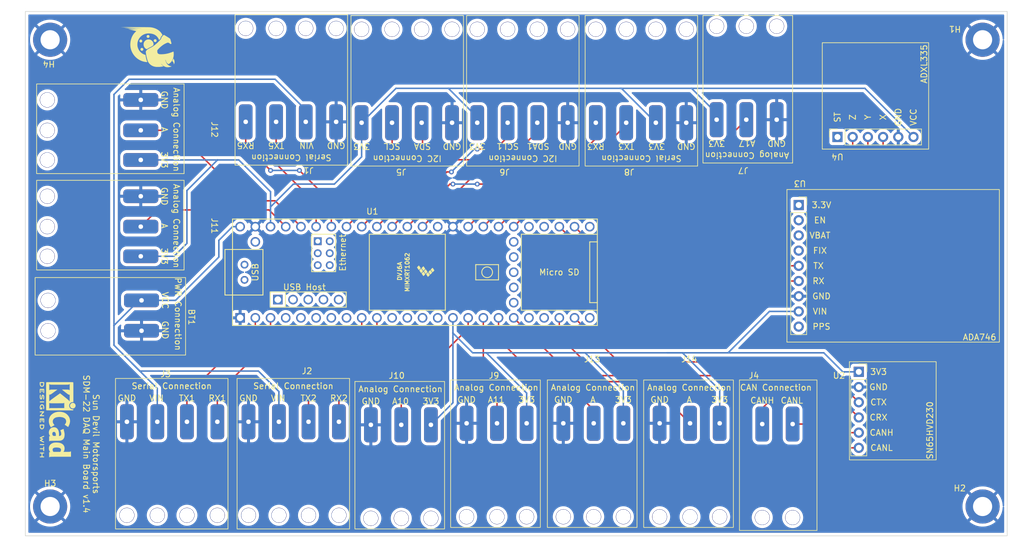
<source format=kicad_pcb>
(kicad_pcb (version 20211014) (generator pcbnew)
  (title_block (title "SDM-22 DAQ Main Board") (date "2022-04-23") (rev "v1.4") (company "Sun Devil Motorsports - Data Acquisition"))
  (layers (0 "F.Cu" signal) (31 "B.Cu" signal) (34 "B.Paste" user) (35 "F.Paste" user) (36 "B.SilkS" user "B.Silkscreen") (37 "F.SilkS" user "F.Silkscreen") (38 "B.Mask" user) (39 "F.Mask" user) (44 "Edge.Cuts" user))
  (net 0 "")
  (net 1 "VCC")
  (net 2 "GND")
  (net 3 "/A10")
  (net 4 "+3V3")
  (net 5 "/A11")
  (net 12 "/A9")
  (net 13 "/A8")
  (net 14 "Net-(J4-Pad1)")
  (net 15 "Net-(J4-Pad2)")
  (net 16 "/SDA")
  (net 17 "/SCL")
  (net 24 "/RX2")
  (net 25 "/TX2")
  (net 29 "/A14")
  (net 30 "/RX3")
  (net 33 "/TX3")
  (net 34 "/CTX3")
  (net 37 "/CRX3")
  (net 38 "/TX8")
  (net 39 "/RX8")
  (net 41 "/RX1")
  (net 42 "/A12")
  (net 43 "/A13")
  (net 57 "/TX1")
  (net 58 "/A17")
  (net 59 "/A16")
  (net 60 "/A15")
  (net 61 "+3.3VP")
  (net 63 "/RX5")
  (net 64 "/TX5")
  (net 67 "/SDA1")
  (net 68 "/SCL1")
  (footprint "SDM:2Wire_CANConnector" (layer "F.Cu") (at 160.909 119.856)
    (fp_text reference "J4" (at -0.127 -0.73 unlocked) (layer "F.SilkS"))
    (fp_text value "CANConnection")
    (fp_text user "CAN Connection" (at 3.556 1.27 unlocked) (layer "F.SilkS"))
    (fp_text user "CANH" (at 1.27 3.429 unlocked) (layer "F.SilkS"))
    (fp_text user "CANL" (at 6.223 3.429 unlocked) (layer "F.SilkS"))
    (pad "" np_thru_hole circle (at 1.27 22.987) (size 2.5 2.5) (drill 2.4) (layers F&B.Cu *.Mask))
    (pad "" np_thru_hole circle (at 6.35 22.987) (size 2.5 2.5) (drill 2.4) (layers F&B.Cu *.Mask))
    (pad "1" thru_hole roundrect (at 1.27 7.366) (size 2.286 5.842) (drill 0.762) (layers *.Cu *.Mask) (net 14 "Net-(J4-Pad1)"))
    (pad "2" thru_hole roundrect (at 6.35 7.366) (size 2.286 5.842) (drill 0.762) (layers *.Cu *.Mask) (net 15 "Net-(J4-Pad2)"))
  )
  (footprint "SDM:4Wire_SerialConnector" (layer "F.Cu") (at 80.264 119.602)
    (fp_text reference "J2" (at 5.842 -1.238 unlocked) (layer "F.SilkS"))
    (fp_text value "SerialConnection")
    (fp_text user "GND" (at -3.937 3.302 unlocked) (layer "F.SilkS"))
    (fp_text user "TX2" (at 6.096 3.302 unlocked) (layer "F.SilkS"))
    (fp_text user "VIN" (at 1.016 3.302 unlocked) (layer "F.SilkS"))
    (fp_text user "RX2" (at 11.176 3.302 unlocked) (layer "F.SilkS"))
    (fp_text user "Serial Connection" (at 3.556 1.27 unlocked) (layer "F.SilkS"))
    (pad "" np_thru_hole circle (at 1.143 22.86) (size 2.5 2.5) (drill 2.4) (layers F&B.Cu *.Mask))
    (pad "" np_thru_hole circle (at 11.176 22.86) (size 2.5 2.5) (drill 2.4) (layers F&B.Cu *.Mask))
    (pad "" np_thru_hole circle (at 6.096 22.86) (size 2.5 2.5) (drill 2.4) (layers F&B.Cu *.Mask))
    (pad "" np_thru_hole circle (at -3.937 22.86) (size 2.5 2.5) (drill 2.4) (layers F&B.Cu *.Mask))
    (pad "1" thru_hole roundrect (at -3.937 7.239) (size 2.286 5.842) (drill 0.762) (layers *.Cu *.Mask) (net 2 "GND"))
    (pad "2" thru_hole roundrect (at 1.143 7.239) (size 2.286 5.842) (drill 0.762) (layers *.Cu *.Mask) (net 1 "VCC"))
    (pad "3" thru_hole roundrect (at 6.096 7.239) (size 2.286 5.842) (drill 0.762) (layers *.Cu *.Mask) (net 24 "/RX2"))
    (pad "4" thru_hole roundrect (at 11.176 7.239) (size 2.286 5.842) (drill 0.762) (layers *.Cu *.Mask) (net 25 "/TX2"))
  )
  (footprint "SDM:ADXL335_Socket_P2.54mm_Vertical" (layer "F.Cu") (at 174.752 79.248 90)
    (fp_text reference "U4" (at -3.302 0 180 unlocked) (layer "F.SilkS"))
    (fp_text value "Accelerometer_ADXL335")
    (fp_text user "VCC" (at 3.302 12.7 90 unlocked) (layer "F.SilkS"))
    (fp_text user "X" (at 3.302 7.62 90 unlocked) (layer "F.SilkS"))
    (fp_text user "GND" (at 3.302 10.16 90 unlocked) (layer "F.SilkS"))
    (fp_text user "Z" (at 3.302 2.54 90 unlocked) (layer "F.SilkS"))
    (fp_text user "ST" (at 3.302 0 90 unlocked) (layer "F.SilkS"))
    (fp_text user "ADXL335" (at 12.192 14.478 90 unlocked) (layer "F.SilkS"))
    (fp_text user "Y" (at 3.302 5.08 90 unlocked) (layer "F.SilkS"))
    (pad "1" thru_hole rect (at 0 0 90) (size 1.7 1.7) (drill 1) (layers *.Cu *.Mask))
    (pad "2" thru_hole oval (at 0 2.54 90) (size 1.7 1.7) (drill 1) (layers *.Cu *.Mask) (net 59 "/A16"))
    (pad "3" thru_hole oval (at 0 5.08 90) (size 1.7 1.7) (drill 1) (layers *.Cu *.Mask) (net 60 "/A15"))
    (pad "4" thru_hole oval (at 0 7.62 90) (size 1.7 1.7) (drill 1) (layers *.Cu *.Mask) (net 29 "/A14"))
    (pad "5" thru_hole oval (at 0 10.16 90) (size 1.7 1.7) (drill 1) (layers *.Cu *.Mask) (net 2 "GND"))
    (pad "6" thru_hole oval (at 0 12.7 90) (size 1.7 1.7) (drill 1) (layers *.Cu *.Mask) (net 4 "+3V3"))
  )
  (footprint "SDM:ADA746_Socket_P2.54mm_Vertical" (layer "F.Cu") (at 166.181 80.207)
    (fp_text reference "U3" (at 2.305 6.809 180 unlocked) (layer "F.SilkS"))
    (fp_text value "GPS_ADA746")
    (fp_text user "FIX" (at 5.648 18.034 unlocked) (layer "F.SilkS"))
    (fp_text user "VIN" (at 5.648 28.194 unlocked) (layer "F.SilkS"))
    (fp_text user "TX" (at 5.394 20.574 unlocked) (layer "F.SilkS"))
    (fp_text user "PPS" (at 5.902 30.734 unlocked) (layer "F.SilkS"))
    (fp_text user "VBAT" (at 5.648 15.494 unlocked) (layer "F.SilkS"))
    (fp_text user "EN" (at 5.648 12.954 unlocked) (layer "F.SilkS"))
    (fp_text user "3.3V" (at 5.902 10.414 unlocked) (layer "F.SilkS"))
    (fp_text user "GND" (at 5.902 25.654 unlocked) (layer "F.SilkS"))
    (fp_text user "ADA746" (at 32.318 32.512 unlocked) (layer "F.SilkS"))
    (fp_text user "RX" (at 5.394 23.114 unlocked) (layer "F.SilkS"))
    (pad "1" thru_hole rect (at 2.092 10.414) (size 1.7 1.7) (drill 1) (layers *.Cu *.Mask))
    (pad "2" thru_hole oval (at 2.092 12.954) (size 1.7 1.7) (drill 1) (layers *.Cu *.Mask))
    (pad "3" thru_hole oval (at 2.092 15.494) (size 1.7 1.7) (drill 1) (layers *.Cu *.Mask))
    (pad "4" thru_hole oval (at 2.092 18.034) (size 1.7 1.7) (drill 1) (layers *.Cu *.Mask))
    (pad "5" thru_hole oval (at 2.092 20.574) (size 1.7 1.7) (drill 1) (layers *.Cu *.Mask) (net 39 "/RX8"))
    (pad "6" thru_hole oval (at 2.092 23.114) (size 1.7 1.7) (drill 1) (layers *.Cu *.Mask) (net 38 "/TX8"))
    (pad "7" thru_hole oval (at 2.092 25.654) (size 1.7 1.7) (drill 1) (layers *.Cu *.Mask) (net 2 "GND"))
    (pad "8" thru_hole oval (at 2.092 28.194) (size 1.7 1.7) (drill 1) (layers *.Cu *.Mask) (net 61 "+3.3VP"))
    (pad "9" thru_hole oval (at 2.092 30.734) (size 1.7 1.7) (drill 1) (layers *.Cu *.Mask))
  )
  (footprint "SDM:3Wire_AnalogConnector" (layer "F.Cu") (at 116.713 119.856)
    (fp_text reference "J9" (at 0.635 -0.73 unlocked) (layer "F.SilkS"))
    (fp_text value "AnalogConnection")
    (fp_text user "GND" (at -3.937 3.302 unlocked) (layer "F.SilkS"))
    (fp_text user "3V3" (at 6.096 3.302 unlocked) (layer "F.SilkS"))
    (fp_text user "Analog Connection" (at 1.016 1.27 unlocked) (layer "F.SilkS"))
    (fp_text user "A11" (at 1.016 3.302 unlocked) (layer "F.SilkS"))
    (pad "" np_thru_hole circle (at 6.096 22.86) (size 2.5 2.5) (drill 2.4) (layers F&B.Cu *.Mask))
    (pad "" np_thru_hole circle (at -3.937 22.86) (size 2.5 2.5) (drill 2.4) (layers F&B.Cu *.Mask))
    (pad "" np_thru_hole circle (at 1.143 22.86) (size 2.5 2.5) (drill 2.4) (layers F&B.Cu *.Mask))
    (pad "1" thru_hole roundrect (at -3.937 7.239) (size 2.286 5.842) (drill 0.762) (layers *.Cu *.Mask) (net 2 "GND"))
    (pad "2" thru_hole roundrect (at 1.143 7.239) (size 2.286 5.842) (drill 0.762) (layers *.Cu *.Mask) (net 5 "/A11"))
    (pad "3" thru_hole roundrect (at 6.096 7.239) (size 2.286 5.842) (drill 0.762) (layers *.Cu *.Mask) (net 61 "+3.3VP"))
  )
  (footprint "SDM:4Wire_SerialConnector" (layer "F.Cu") (at 87.038 83.958 180)
    (fp_text reference "J1" (at 0.678 -0.878 180 unlocked) (layer "F.SilkS"))
    (fp_text value "SerialConnection")
    (fp_text user "TX5" (at 6.096 3.302 180 unlocked) (layer "F.SilkS"))
    (fp_text user "GND" (at -3.937 3.302 180 unlocked) (layer "F.SilkS"))
    (fp_text user "RX5" (at 11.176 3.302 180 unlocked) (layer "F.SilkS"))
    (fp_text user "Serial Connection" (at 3.556 1.27 180 unlocked) (layer "F.SilkS"))
    (fp_text user "VIN" (at 1.016 3.302 180 unlocked) (layer "F.SilkS"))
    (pad "" np_thru_hole circle (at -3.937 22.86 180) (size 2.5 2.5) (drill 2.4) (layers F&B.Cu *.Mask))
    (pad "" np_thru_hole circle (at 6.096 22.86 180) (size 2.5 2.5) (drill 2.4) (layers F&B.Cu *.Mask))
    (pad "" np_thru_hole circle (at 11.176 22.86 180) (size 2.5 2.5) (drill 2.4) (layers F&B.Cu *.Mask))
    (pad "" np_thru_hole circle (at 1.143 22.86 180) (size 2.5 2.5) (drill 2.4) (layers F&B.Cu *.Mask))
    (pad "1" thru_hole roundrect (at -3.937 7.239 180) (size 2.286 5.842) (drill 0.762) (layers *.Cu *.Mask) (net 2 "GND"))
    (pad "2" thru_hole roundrect (at 1.143 7.239 180) (size 2.286 5.842) (drill 0.762) (layers *.Cu *.Mask) (net 1 "VCC"))
    (pad "3" thru_hole roundrect (at 6.096 7.239 180) (size 2.286 5.842) (drill 0.762) (layers *.Cu *.Mask) (net 63 "/RX5"))
    (pad "4" thru_hole roundrect (at 11.176 7.239 180) (size 2.286 5.842) (drill 0.762) (layers *.Cu *.Mask) (net 64 "/TX5"))
  )
  (footprint "SDM:3Wire_AnalogConnector" (layer "F.Cu") (at 65.564 93.091 -90)
    (fp_text reference "J11" (at 1.016 -5.08 -90 unlocked) (layer "F.SilkS"))
    (fp_text value "AnalogConnection")
    (fp_text user "GND" (at -3.937 3.302 -90 unlocked) (layer "F.SilkS"))
    (fp_text user "A" (at 1.016 3.302 -90 unlocked) (layer "F.SilkS"))
    (fp_text user "3V3" (at 6.096 3.302 -90 unlocked) (layer "F.SilkS"))
    (fp_text user "Analog Connection" (at 1.016 1.27 -90 unlocked) (layer "F.SilkS"))
    (pad "" np_thru_hole circle (at 6.096 22.86 270) (size 2.5 2.5) (drill 2.4) (layers F&B.Cu *.Mask))
    (pad "" np_thru_hole circle (at -3.937 22.86 270) (size 2.5 2.5) (drill 2.4) (layers F&B.Cu *.Mask))
    (pad "" np_thru_hole circle (at 1.143 22.86 270) (size 2.5 2.5) (drill 2.4) (layers F&B.Cu *.Mask))
    (pad "1" thru_hole roundrect (at -3.937 7.239 270) (size 2.286 5.842) (drill 0.762) (layers *.Cu *.Mask) (net 2 "GND"))
    (pad "2" thru_hole roundrect (at 1.143 7.239 270) (size 2.286 5.842) (drill 0.762) (layers *.Cu *.Mask) (net 12 "/A9"))
    (pad "3" thru_hole roundrect (at 6.096 7.239 270) (size 2.286 5.842) (drill 0.762) (layers *.Cu *.Mask) (net 4 "+3V3"))
  )
  (footprint "MountingHole:MountingHole_3.2mm_M3_ISO7380_Pad" (layer "F.Cu") (at 199 141)
    (fp_text reference "H2" (at -3.81 -3.048) (layer "F.SilkS"))
    (fp_text value "MountingHole_Pad")
    (pad "1" thru_hole circle locked (at 0 0) (size 5.7 5.7) (drill 3.2) (layers *.Cu *.Mask) (net 2 "GND"))
  )
  (footprint "SDM:SN65HVD230_Socket_P2.54mm_Vertical" (layer "F.Cu") (at 176.7665 116.948)
    (fp_text reference "U2" (at -1.7605 2.178) (layer "F.SilkS"))
    (fp_text value "SN65HVD230_CAN_Transceiver")
    (fp_text user "SN65HVD230" (at 13.44 11.333 90 unlocked) (layer "F.SilkS"))
    (fp_text user "CANL" (at 5.356 14.249 unlocked) (layer "F.SilkS"))
    (fp_text user "3V3" (at 4.848 1.549 unlocked) (layer "F.SilkS"))
    (fp_text user "GND" (at 4.848 4.089 unlocked) (layer "F.SilkS"))
    (fp_text user "CRX" (at 4.848 9.169 unlocked) (layer "F.SilkS"))
    (fp_text user "CANH" (at 5.356 11.709 unlocked) (layer "F.SilkS"))
    (fp_text user "CTX" (at 4.848 6.629 unlocked) (layer "F.SilkS"))
    (pad "1" thru_hole rect (at 1.546 1.549) (size 1.7 1.7) (drill 1) (layers *.Cu *.Mask) (net 61 "+3.3VP"))
    (pad "2" thru_hole oval (at 1.546 4.089) (size 1.7 1.7) (drill 1) (layers *.Cu *.Mask) (net 2 "GND"))
    (pad "3" thru_hole oval (at 1.546 6.629) (size 1.7 1.7) (drill 1) (layers *.Cu *.Mask) (net 34 "/CTX3"))
    (pad "4" thru_hole oval (at 1.546 9.169) (size 1.7 1.7) (drill 1) (layers *.Cu *.Mask) (net 37 "/CRX3"))
    (pad "5" thru_hole oval (at 1.546 11.709) (size 1.7 1.7) (drill 1) (layers *.Cu *.Mask) (net 14 "Net-(J4-Pad1)"))
    (pad "6" thru_hole oval (at 1.546 14.249) (size 1.7 1.7) (drill 1) (layers *.Cu *.Mask) (net 15 "Net-(J4-Pad2)"))
  )
  (footprint "MountingHole:MountingHole_3.2mm_M3_ISO7380_Pad" (layer "F.Cu") (at 43.18 141)
    (fp_text reference "H3" (at 0 -3.85) (layer "F.SilkS"))
    (fp_text value "MountingHole_Pad")
    (pad "1" thru_hole circle locked (at 0 0) (size 5.7 5.7) (drill 3.2) (layers *.Cu *.Mask) (net 2 "GND"))
  )
  (footprint "SDM:3Wire_AnalogConnector" (layer "F.Cu") (at 160.655 83.598 180)
    (fp_text reference "J7" (at 1.651 -1.238 180 unlocked) (layer "F.SilkS"))
    (fp_text value "AnalogConnection")
    (fp_text user "3V3" (at 6.096 3.302 180 unlocked) (layer "F.SilkS"))
    (fp_text user "GND" (at -3.937 3.302 180 unlocked) (layer "F.SilkS"))
    (fp_text user "Analog Connection" (at 1.016 1.27 180 unlocked) (layer "F.SilkS"))
    (fp_text user "A17" (at 1.016 3.302 180 unlocked) (layer "F.SilkS"))
    (pad "" np_thru_hole circle (at -3.937 22.86 180) (size 2.5 2.5) (drill 2.4) (layers F&B.Cu *.Mask))
    (pad "" np_thru_hole circle (at 1.143 22.86 180) (size 2.5 2.5) (drill 2.4) (layers F&B.Cu *.Mask))
    (pad "" np_thru_hole circle (at 6.096 22.86 180) (size 2.5 2.5) (drill 2.4) (layers F&B.Cu *.Mask))
    (pad "1" thru_hole roundrect (at -3.937 7.239 180) (size 2.286 5.842) (drill 0.762) (layers *.Cu *.Mask) (net 2 "GND"))
    (pad "2" thru_hole roundrect (at 1.143 7.239 180) (size 2.286 5.842) (drill 0.762) (layers *.Cu *.Mask) (net 58 "/A17"))
    (pad "3" thru_hole roundrect (at 6.096 7.239 180) (size 2.286 5.842) (drill 0.762) (layers *.Cu *.Mask) (net 4 "+3V3"))
  )
  (footprint "SDM:3Wire_AnalogConnector" (layer "F.Cu") (at 100.711 120.11)
    (fp_text reference "J10" (at 0.381 -0.984 unlocked) (layer "F.SilkS"))
    (fp_text value "AnalogConnection")
    (fp_text user "A10" (at 1.016 3.302 unlocked) (layer "F.SilkS"))
    (fp_text user "GND" (at -3.937 3.302 unlocked) (layer "F.SilkS"))
    (fp_text user "3V3" (at 6.096 3.302 unlocked) (layer "F.SilkS"))
    (fp_text user "Analog Connection" (at 1.016 1.27 unlocked) (layer "F.SilkS"))
    (pad "" np_thru_hole circle (at 1.143 22.86) (size 2.5 2.5) (drill 2.4) (layers F&B.Cu *.Mask))
    (pad "" np_thru_hole circle (at 6.096 22.86) (size 2.5 2.5) (drill 2.4) (layers F&B.Cu *.Mask))
    (pad "" np_thru_hole circle (at -3.937 22.86) (size 2.5 2.5) (drill 2.4) (layers F&B.Cu *.Mask))
    (pad "1" thru_hole roundrect (at -3.937 7.239) (size 2.286 5.842) (drill 0.762) (layers *.Cu *.Mask) (net 2 "GND"))
    (pad "2" thru_hole roundrect (at 1.143 7.239) (size 2.286 5.842) (drill 0.762) (layers *.Cu *.Mask) (net 3 "/A10"))
    (pad "3" thru_hole roundrect (at 6.096 7.239) (size 2.286 5.842) (drill 0.762) (layers *.Cu *.Mask) (net 61 "+3.3VP"))
  )
  (footprint "SDM:Logo" (layer "F.Cu") (at 59.436 64.262 180)
    (fp_text reference "G***" hide)
    (fp_text value "LOGO" hide)
  )
  (footprint "SDM:4Wire_SerialConnector" (layer "F.Cu") (at 145.542 84.106 180)
    (fp_text reference "J8" (at 5.588 -0.984 180 unlocked) (layer "F.SilkS"))
    (fp_text value "SerialConnection")
    (fp_text user "GND" (at -3.937 3.302 180 unlocked) (layer "F.SilkS"))
    (fp_text user "RX3" (at 11.176 3.302 180 unlocked) (layer "F.SilkS"))
    (fp_text user "3V3" (at 1.016 3.302 180 unlocked) (layer "F.SilkS"))
    (fp_text user "Serial Connection" (at 3.556 1.27 180 unlocked) (layer "F.SilkS"))
    (fp_text user "TX3" (at 6.096 3.302 180 unlocked) (layer "F.SilkS"))
    (pad "" np_thru_hole circle (at 1.143 22.86 180) (size 2.5 2.5) (drill 2.4) (layers F&B.Cu *.Mask))
    (pad "" np_thru_hole circle (at 6.096 22.86 180) (size 2.5 2.5) (drill 2.4) (layers F&B.Cu *.Mask))
    (pad "" np_thru_hole circle (at 11.176 22.86 180) (size 2.5 2.5) (drill 2.4) (layers F&B.Cu *.Mask))
    (pad "" np_thru_hole circle (at -3.937 22.86 180) (size 2.5 2.5) (drill 2.4) (layers F&B.Cu *.Mask))
    (pad "1" thru_hole roundrect (at -3.937 7.239 180) (size 2.286 5.842) (drill 0.762) (layers *.Cu *.Mask) (net 2 "GND"))
    (pad "2" thru_hole roundrect (at 1.143 7.239 180) (size 2.286 5.842) (drill 0.762) (layers *.Cu *.Mask) (net 4 "+3V3"))
    (pad "3" thru_hole roundrect (at 6.096 7.239 180) (size 2.286 5.842) (drill 0.762) (layers *.Cu *.Mask) (net 30 "/RX3"))
    (pad "4" thru_hole roundrect (at 11.176 7.239 180) (size 2.286 5.842) (drill 0.762) (layers *.Cu *.Mask) (net 33 "/TX3"))
  )
  (footprint "SDM:4Wire_i2cConnector" (layer "F.Cu") (at 106.406 84.106 180)
    (fp_text reference "J5" (at 4.552 -0.984 180 unlocked) (layer "F.SilkS"))
    (fp_text value "i2cConnection")
    (fp_text user "I2C Connection" (at 3.556 1.27 180 unlocked) (layer "F.SilkS"))
    (fp_text user "GND" (at -3.937 3.302 180 unlocked) (layer "F.SilkS"))
    (fp_text user "3V3" (at 11.176 3.302 180 unlocked) (layer "F.SilkS"))
    (fp_text user "SDA" (at 1.016 3.302 180 unlocked) (layer "F.SilkS"))
    (fp_text user "SCL" (at 6.096 3.302 180 unlocked) (layer "F.SilkS"))
    (pad "" np_thru_hole circle (at -3.937 22.86 180) (size 2.5 2.5) (drill 2.4) (layers F&B.Cu *.Mask))
    (pad "" np_thru_hole circle (at 6.096 22.86 180) (size 2.5 2.5) (drill 2.4) (layers F&B.Cu *.Mask))
    (pad "" np_thru_hole circle (at 11.176 22.86 180) (size 2.5 2.5) (drill 2.4) (layers F&B.Cu *.Mask))
    (pad "" np_thru_hole circle (at 1.143 22.86 180) (size 2.5 2.5) (drill 2.4) (layers F&B.Cu *.Mask))
    (pad "1" thru_hole roundrect (at -3.937 7.239 180) (size 2.286 5.842) (drill 0.762) (layers *.Cu *.Mask) (net 2 "GND"))
    (pad "2" thru_hole roundrect (at 1.143 7.239 180) (size 2.286 5.842) (drill 0.762) (layers *.Cu *.Mask) (net 16 "/SDA"))
    (pad "3" thru_hole roundrect (at 6.096 7.239 180) (size 2.286 5.842) (drill 0.762) (layers *.Cu *.Mask) (net 17 "/SCL"))
    (pad "4" thru_hole roundrect (at 11.176 7.239 180) (size 2.286 5.842) (drill 0.762) (layers *.Cu *.Mask) (net 4 "+3V3"))
  )
  (footprint "Teensy:Teensy41" (layer "F.Cu") (at 104.14 101.854)
    (fp_text reference "U1" (at -7.112 -10.16) (layer "F.SilkS"))
    (fp_text value "Teensy4.1")
    (fp_text user "USB Host" (at -18.4658 2.4892) (layer "F.SilkS"))
    (fp_text user "DVJ6A" (at -2.54 -0.18 -90) (layer "F.SilkS") (effects (font (size 0.7 0.7))))
    (fp_text user "Micro SD" (at 24.13 0) (layer "F.SilkS"))
    (fp_text user "MIMXRT1062" (at -1.27 0 -90) (layer "F.SilkS") (effects (font (size 0.7 0.7))))
    (fp_text user "USB" (at -26.67 0 270) (layer "F.SilkS"))
    (fp_text user "Ethernet" (at -12.065 -3.2766 90) (layer "F.SilkS"))
    (pad "1" thru_hole rect locked (at -29.21 7.62) (size 1.6 1.6) (drill 1.1) (layers *.Cu *.Mask) (net 2 "GND"))
    (pad "2" thru_hole circle locked (at -26.67 7.62) (size 1.6 1.6) (drill 1.1) (layers *.Cu *.Mask) (net 41 "/RX1"))
    (pad "3" thru_hole circle locked (at -24.13 7.62) (size 1.6 1.6) (drill 1.1) (layers *.Cu *.Mask) (net 57 "/TX1"))
    (pad "4" thru_hole circle locked (at -21.59 7.62) (size 1.6 1.6) (drill 1.1) (layers *.Cu *.Mask))
    (pad "5" thru_hole circle locked (at -19.05 7.62) (size 1.6 1.6) (drill 1.1) (layers *.Cu *.Mask))
    (pad "6" thru_hole circle locked (at -16.51 7.62) (size 1.6 1.6) (drill 1.1) (layers *.Cu *.Mask))
    (pad "7" thru_hole circle locked (at -13.97 7.62) (size 1.6 1.6) (drill 1.1) (layers *.Cu *.Mask))
    (pad "8" thru_hole circle locked (at -11.43 7.62) (size 1.6 1.6) (drill 1.1) (layers *.Cu *.Mask))
    (pad "9" thru_hole circle locked (at -8.89 7.62) (size 1.6 1.6) (drill 1.1) (layers *.Cu *.Mask) (net 24 "/RX2"))
    (pad "10" thru_hole circle locked (at -6.35 7.62) (size 1.6 1.6) (drill 1.1) (layers *.Cu *.Mask) (net 25 "/TX2"))
    (pad "11" thru_hole circle locked (at -3.81 7.62) (size 1.6 1.6) (drill 1.1) (layers *.Cu *.Mask))
    (pad "12" thru_hole circle locked (at -1.27 7.62) (size 1.6 1.6) (drill 1.1) (layers *.Cu *.Mask))
    (pad "13" thru_hole circle locked (at 1.27 7.62) (size 1.6 1.6) (drill 1.1) (layers *.Cu *.Mask))
    (pad "14" thru_hole circle locked (at 3.81 7.62) (size 1.6 1.6) (drill 1.1) (layers *.Cu *.Mask))
    (pad "15" thru_hole circle locked (at 6.35 7.62) (size 1.6 1.6) (drill 1.1) (layers *.Cu *.Mask) (net 61 "+3.3VP"))
    (pad "16" thru_hole circle locked (at 8.89 7.62) (size 1.6 1.6) (drill 1.1) (layers *.Cu *.Mask) (net 3 "/A10"))
    (pad "17" thru_hole circle locked (at 11.43 7.62) (size 1.6 1.6) (drill 1.1) (layers *.Cu *.Mask) (net 5 "/A11"))
    (pad "18" thru_hole circle locked (at 13.97 7.62) (size 1.6 1.6) (drill 1.1) (layers *.Cu *.Mask) (net 42 "/A12"))
    (pad "19" thru_hole circle locked (at 16.51 7.62) (size 1.6 1.6) (drill 1.1) (layers *.Cu *.Mask) (net 43 "/A13"))
    (pad "20" thru_hole circle locked (at 19.05 7.62) (size 1.6 1.6) (drill 1.1) (layers *.Cu *.Mask))
    (pad "21" thru_hole circle locked (at 21.59 7.62) (size 1.6 1.6) (drill 1.1) (layers *.Cu *.Mask))
    (pad "22" thru_hole circle locked (at 24.13 7.62) (size 1.6 1.6) (drill 1.1) (layers *.Cu *.Mask) (net 37 "/CRX3"))
    (pad "23" thru_hole circle locked (at 26.67 7.62) (size 1.6 1.6) (drill 1.1) (layers *.Cu *.Mask) (net 34 "/CTX3"))
    (pad "24" thru_hole circle locked (at 29.21 7.62) (size 1.6 1.6) (drill 1.1) (layers *.Cu *.Mask))
    (pad "25" thru_hole circle locked (at 29.21 -7.62) (size 1.6 1.6) (drill 1.1) (layers *.Cu *.Mask))
    (pad "26" thru_hole circle locked (at 26.67 -7.62) (size 1.6 1.6) (drill 1.1) (layers *.Cu *.Mask) (net 39 "/RX8"))
    (pad "27" thru_hole circle locked (at 24.13 -7.62) (size 1.6 1.6) (drill 1.1) (layers *.Cu *.Mask) (net 38 "/TX8"))
    (pad "28" thru_hole circle locked (at 21.59 -7.62) (size 1.6 1.6) (drill 1.1) (layers *.Cu *.Mask))
    (pad "29" thru_hole circle locked (at 19.05 -7.62) (size 1.6 1.6) (drill 1.1) (layers *.Cu *.Mask))
    (pad "30" thru_hole circle locked (at 16.51 -7.62) (size 1.6 1.6) (drill 1.1) (layers *.Cu *.Mask) (net 29 "/A14"))
    (pad "31" thru_hole circle locked (at 13.97 -7.62) (size 1.6 1.6) (drill 1.1) (layers *.Cu *.Mask) (net 60 "/A15"))
    (pad "32" thru_hole circle locked (at 11.43 -7.62) (size 1.6 1.6) (drill 1.1) (layers *.Cu *.Mask) (net 59 "/A16"))
    (pad "33" thru_hole circle locked (at 8.89 -7.62) (size 1.6 1.6) (drill 1.1) (layers *.Cu *.Mask) (net 58 "/A17"))
    (pad "34" thru_hole circle locked (at 6.35 -7.62) (size 1.6 1.6) (drill 1.1) (layers *.Cu *.Mask) (net 2 "GND"))
    (pad "35" thru_hole circle locked (at 3.81 -7.62) (size 1.6 1.6) (drill 1.1) (layers *.Cu *.Mask))
    (pad "36" thru_hole circle locked (at 1.27 -7.62) (size 1.6 1.6) (drill 1.1) (layers *.Cu *.Mask) (net 33 "/TX3"))
    (pad "37" thru_hole circle locked (at -1.27 -7.62) (size 1.6 1.6) (drill 1.1) (layers *.Cu *.Mask) (net 30 "/RX3"))
    (pad "38" thru_hole circle locked (at -3.81 -7.62) (size 1.6 1.6) (drill 1.1) (layers *.Cu *.Mask) (net 68 "/SCL1"))
    (pad "39" thru_hole circle locked (at -6.35 -7.62) (size 1.6 1.6) (drill 1.1) (layers *.Cu *.Mask) (net 67 "/SDA1"))
    (pad "40" thru_hole circle locked (at -8.89 -7.62) (size 1.6 1.6) (drill 1.1) (layers *.Cu *.Mask) (net 16 "/SDA"))
    (pad "41" thru_hole circle locked (at -11.43 -7.62) (size 1.6 1.6) (drill 1.1) (layers *.Cu *.Mask) (net 17 "/SCL"))
    (pad "42" thru_hole circle locked (at -13.97 -7.62) (size 1.6 1.6) (drill 1.1) (layers *.Cu *.Mask) (net 64 "/TX5"))
    (pad "43" thru_hole circle locked (at -16.51 -7.62) (size 1.6 1.6) (drill 1.1) (layers *.Cu *.Mask) (net 63 "/RX5"))
    (pad "44" thru_hole circle locked (at -19.05 -7.62) (size 1.6 1.6) (drill 1.1) (layers *.Cu *.Mask) (net 13 "/A8"))
    (pad "45" thru_hole circle locked (at -21.59 -7.62) (size 1.6 1.6) (drill 1.1) (layers *.Cu *.Mask) (net 12 "/A9"))
    (pad "46" thru_hole circle locked (at -24.13 -7.62) (size 1.6 1.6) (drill 1.1) (layers *.Cu *.Mask) (net 4 "+3V3"))
    (pad "47" thru_hole circle locked (at -26.67 -7.62) (size 1.6 1.6) (drill 1.1) (layers *.Cu *.Mask) (net 2 "GND"))
    (pad "48" thru_hole circle locked (at -29.21 -7.62) (size 1.6 1.6) (drill 1.1) (layers *.Cu *.Mask) (net 1 "VCC"))
    (pad "49" thru_hole circle locked (at -26.67 -5.08) (size 1.6 1.6) (drill 1.1) (layers *.Cu *.Mask))
    (pad "50" thru_hole circle locked (at 16.51 5.08) (size 1.6 1.6) (drill 1.1) (layers *.Cu *.Mask))
    (pad "51" thru_hole circle locked (at 16.51 2.54) (size 1.6 1.6) (drill 1.1) (layers *.Cu *.Mask))
    (pad "52" thru_hole circle locked (at 16.51 0) (size 1.6 1.6) (drill 1.1) (layers *.Cu *.Mask))
    (pad "53" thru_hole circle locked (at 16.51 -2.54) (size 1.6 1.6) (drill 1.1) (layers *.Cu *.Mask))
    (pad "54" thru_hole circle locked (at 16.51 -5.08) (size 1.6 1.6) (drill 1.1) (layers *.Cu *.Mask))
    (pad "55" thru_hole rect locked (at -22.9108 4.5692) (size 1.6 1.6) (drill 1.1) (layers *.Cu *.Mask))
    (pad "56" thru_hole circle locked (at -20.3708 4.5692) (size 1.6 1.6) (drill 1.1) (layers *.Cu *.Mask))
    (pad "57" thru_hole circle locked (at -17.8308 4.5692) (size 1.6 1.6) (drill 1.1) (layers *.Cu *.Mask))
    (pad "58" thru_hole circle locked (at -15.2908 4.5692) (size 1.6 1.6) (drill 1.1) (layers *.Cu *.Mask))
    (pad "59" thru_hole circle locked (at -12.7508 4.5692) (size 1.6 1.6) (drill 1.1) (layers *.Cu *.Mask))
    (pad "60" thru_hole rect locked (at -16.24 -5.1816) (size 1.3 1.3) (drill 0.8) (layers *.Cu *.Mask))
    (pad "61" thru_hole circle locked (at -16.24 -3.1816) (size 1.3 1.3) (drill 0.8) (layers *.Cu *.Mask))
    (pad "62" thru_hole circle locked (at -16.24 -1.1816) (size 1.3 1.3) (drill 0.8) (layers *.Cu *.Mask))
    (pad "63" thru_hole circle locked (at -14.24 -1.1816) (size 1.3 1.3) (drill 0.8) (layers *.Cu *.Mask))
    (pad "64" thru_hole circle locked (at -14.24 -3.1816) (size 1.3 1.3) (drill 0.8) (layers *.Cu *.Mask))
    (pad "65" thru_hole circle locked (at -14.24 -5.1816) (size 1.3 1.3) (drill 0.8) (layers *.Cu *.Mask))
    (pad "66" thru_hole circle locked (at -28.48 -1.27) (size 1.3 1.3) (drill 0.8) (layers *.Cu *.Mask))
    (pad "67" thru_hole circle locked (at -28.48 1.27) (size 1.3 1.3) (drill 0.8) (layers *.Cu *.Mask))
  )
  (footprint "SDM:3Wire_AnalogConnector" (layer "F.Cu") (at 148.971 119.856)
    (fp_text reference "J14" (at 1.016 -3.476 unlocked) (layer "F.SilkS"))
    (fp_text value "AnalogConnection")
    (fp_text user "GND" (at -3.937 3.302 unlocked) (layer "F.SilkS"))
    (fp_text user "3V3" (at 6.096 3.302 unlocked) (layer "F.SilkS"))
    (fp_text user "A" (at 1.016 3.302 unlocked) (layer "F.SilkS"))
    (fp_text user "Analog Connection" (at 1.016 1.27 unlocked) (layer "F.SilkS"))
    (pad "" np_thru_hole circle (at 6.096 22.86) (size 2.5 2.5) (drill 2.4) (layers F&B.Cu *.Mask))
    (pad "" np_thru_hole circle (at 1.143 22.86) (size 2.5 2.5) (drill 2.4) (layers F&B.Cu *.Mask))
    (pad "" np_thru_hole circle (at -3.937 22.86) (size 2.5 2.5) (drill 2.4) (layers F&B.Cu *.Mask))
    (pad "1" thru_hole roundrect (at -3.937 7.239) (size 2.286 5.842) (drill 0.762) (layers *.Cu *.Mask) (net 2 "GND"))
    (pad "2" thru_hole roundrect (at 1.143 7.239) (size 2.286 5.842) (drill 0.762) (layers *.Cu *.Mask) (net 43 "/A13"))
    (pad "3" thru_hole roundrect (at 6.096 7.239) (size 2.286 5.842) (drill 0.762) (layers *.Cu *.Mask) (net 61 "+3.3VP"))
  )
  (footprint "Symbol:KiCad-Logo2_5mm_SilkScreen" (layer "F.Cu") (at 44.45 126.492 -90)
    (fp_text reference "REF**" hide)
    (fp_text value "KiCad-Logo2_5mm_SilkScreen" hide)
  )
  (footprint "SDM:2Wire_PWRConnector" (layer "F.Cu") (at 65.818 105.283 -90)
    (fp_text reference "BT1" (at 4.064 -0.984 -90 unlocked) (layer "F.SilkS"))
    (fp_text value "Battery")
    (fp_text user "VCC" (at 1.27 3.429 -90 unlocked) (layer "F.SilkS"))
    (fp_text user "PWR Connection" (at 3.556 1.27 -90 unlocked) (layer "F.SilkS"))
    (fp_text user "GND" (at 6.223 3.429 -90 unlocked) (layer "F.SilkS"))
    (pad "" np_thru_hole circle (at 6.35 22.987 270) (size 2.5 2.5) (drill 2.4) (layers F&B.Cu *.Mask))
    (pad "" np_thru_hole circle (at 1.27 22.987 270) (size 2.5 2.5) (drill 2.4) (layers F&B.Cu *.Mask))
    (pad "1" thru_hole roundrect (at 1.27 7.366 270) (size 2.286 5.842) (drill 0.762) (layers *.Cu *.Mask) (net 1 "VCC"))
    (pad "2" thru_hole roundrect (at 6.35 7.366 270) (size 2.286 5.842) (drill 0.762) (layers *.Cu *.Mask) (net 2 "GND"))
  )
  (footprint "MountingHole:MountingHole_3.2mm_M3_ISO7380_Pad" (layer "F.Cu") (at 199 63)
    (fp_text reference "H1" (at -4.622 -1.788 180 unlocked) (layer "F.SilkS"))
    (fp_text value "MountingHole_Pad")
    (pad "1" thru_hole circle locked (at 0 0) (size 5.7 5.7) (drill 3.2) (layers *.Cu *.Mask) (net 2 "GND"))
  )
  (footprint "SDM:4Wire_i2cConnector" (layer "F.Cu") (at 125.73 84.106 180)
    (fp_text reference "J6" (at 6.604 -0.984 180 unlocked) (layer "F.SilkS"))
    (fp_text value "i2cConnection")
    (fp_text user "SDA1" (at 1.016 3.302 180 unlocked) (layer "F.SilkS"))
    (fp_text user "SCL1" (at 6.096 3.302 180 unlocked) (layer "F.SilkS"))
    (fp_text user "GND" (at -3.937 3.302 180 unlocked) (layer "F.SilkS"))
    (fp_text user "3V3" (at 11.176 3.302 180 unlocked) (layer "F.SilkS"))
    (fp_text user "I2C Connection" (at 3.556 1.27 180 unlocked) (layer "F.SilkS"))
    (pad "" np_thru_hole circle (at -3.937 22.86 180) (size 2.5 2.5) (drill 2.4) (layers F&B.Cu *.Mask))
    (pad "" np_thru_hole circle (at 11.176 22.86 180) (size 2.5 2.5) (drill 2.4) (layers F&B.Cu *.Mask))
    (pad "" np_thru_hole circle (at 6.096 22.86 180) (size 2.5 2.5) (drill 2.4) (layers F&B.Cu *.Mask))
    (pad "" np_thru_hole circle (at 1.143 22.86 180) (size 2.5 2.5) (drill 2.4) (layers F&B.Cu *.Mask))
    (pad "1" thru_hole roundrect (at -3.937 7.239 180) (size 2.286 5.842) (drill 0.762) (layers *.Cu *.Mask) (net 2 "GND"))
    (pad "2" thru_hole roundrect (at 1.143 7.239 180) (size 2.286 5.842) (drill 0.762) (layers *.Cu *.Mask) (net 67 "/SDA1"))
    (pad "3" thru_hole roundrect (at 6.096 7.239 180) (size 2.286 5.842) (drill 0.762) (layers *.Cu *.Mask) (net 68 "/SCL1"))
    (pad "4" thru_hole roundrect (at 11.176 7.239 180) (size 2.286 5.842) (drill 0.762) (layers *.Cu *.Mask) (net 4 "+3V3"))
  )
  (footprint "SDM:3Wire_AnalogConnector" (layer "F.Cu") (at 132.871 119.856)
    (fp_text reference "J13" (at 0.889 -3.476 unlocked) (layer "F.SilkS"))
    (fp_text value "AnalogConnection")
    (fp_text user "A" (at 1.016 3.302 unlocked) (layer "F.SilkS"))
    (fp_text user "3V3" (at 6.096 3.302 unlocked) (layer "F.SilkS"))
    (fp_text user "GND" (at -3.937 3.302 unlocked) (layer "F.SilkS"))
    (fp_text user "Analog Connection" (at 1.016 1.27 unlocked) (layer "F.SilkS"))
    (pad "" np_thru_hole circle (at 6.096 22.86) (size 2.5 2.5) (drill 2.4) (layers F&B.Cu *.Mask))
    (pad "" np_thru_hole circle (at 1.143 22.86) (size 2.5 2.5) (drill 2.4) (layers F&B.Cu *.Mask))
    (pad "" np_thru_hole circle (at -3.937 22.86) (size 2.5 2.5) (drill 2.4) (layers F&B.Cu *.Mask))
    (pad "1" thru_hole roundrect (at -3.937 7.239) (size 2.286 5.842) (drill 0.762) (layers *.Cu *.Mask) (net 2 "GND"))
    (pad "2" thru_hole roundrect (at 1.143 7.239) (size 2.286 5.842) (drill 0.762) (layers *.Cu *.Mask) (net 42 "/A12"))
    (pad "3" thru_hole roundrect (at 6.096 7.239) (size 2.286 5.842) (drill 0.762) (layers *.Cu *.Mask) (net 61 "+3.3VP"))
  )
  (footprint "SDM:3Wire_AnalogConnector" (layer "F.Cu") (at 65.564 76.991 -90)
    (fp_text reference "J12" (at 1.016 -5.08 -90 unlocked) (layer "F.SilkS"))
    (fp_text value "AnalogConnection")
    (fp_text user "GND" (at -3.937 3.302 -90 unlocked) (layer "F.SilkS"))
    (fp_text user "Analog Connection" (at 1.016 1.27 -90 unlocked) (layer "F.SilkS"))
    (fp_text user "3V3" (at 6.096 3.302 -90 unlocked) (layer "F.SilkS"))
    (fp_text user "A" (at 1.016 3.302 -90 unlocked) (layer "F.SilkS"))
    (pad "" np_thru_hole circle (at 6.096 22.86 270) (size 2.5 2.5) (drill 2.4) (layers F&B.Cu *.Mask))
    (pad "" np_thru_hole circle (at -3.937 22.86 270) (size 2.5 2.5) (drill 2.4) (layers F&B.Cu *.Mask))
    (pad "" np_thru_hole circle (at 1.143 22.86 270) (size 2.5 2.5) (drill 2.4) (layers F&B.Cu *.Mask))
    (pad "1" thru_hole roundrect (at -3.937 7.239 270) (size 2.286 5.842) (drill 0.762) (layers *.Cu *.Mask) (net 2 "GND"))
    (pad "2" thru_hole roundrect (at 1.143 7.239 270) (size 2.286 5.842) (drill 0.762) (layers *.Cu *.Mask) (net 13 "/A8"))
    (pad "3" thru_hole roundrect (at 6.096 7.239 270) (size 2.286 5.842) (drill 0.762) (layers *.Cu *.Mask) (net 4 "+3V3"))
  )
  (footprint "SDM:4Wire_SerialConnector" (layer "F.Cu") (at 59.944 119.602)
    (fp_text reference "J3" (at 2.54 -0.73 unlocked) (layer "F.SilkS"))
    (fp_text value "SerialConnection")
    (fp_text user "Serial Connection" (at 3.556 1.27 unlocked) (layer "F.SilkS"))
    (fp_text user "TX1" (at 6.096 3.302 unlocked) (layer "F.SilkS"))
    (fp_text user "VIN" (at 1.016 3.302 unlocked) (layer "F.SilkS"))
    (fp_text user "GND" (at -3.937 3.302 unlocked) (layer "F.SilkS"))
    (fp_text user "RX1" (at 11.176 3.302 unlocked) (layer "F.SilkS"))
    (pad "" np_thru_hole circle (at -3.937 22.86) (size 2.5 2.5) (drill 2.4) (layers F&B.Cu *.Mask))
    (pad "" np_thru_hole circle (at 11.176 22.86) (size 2.5 2.5) (drill 2.4) (layers F&B.Cu *.Mask))
    (pad "" np_thru_hole circle (at 6.096 22.86) (size 2.5 2.5) (drill 2.4) (layers F&B.Cu *.Mask))
    (pad "" np_thru_hole circle (at 1.143 22.86) (size 2.5 2.5) (drill 2.4) (layers F&B.Cu *.Mask))
    (pad "1" thru_hole roundrect (at -3.937 7.239) (size 2.286 5.842) (drill 0.762) (layers *.Cu *.Mask) (net 2 "GND"))
    (pad "2" thru_hole roundrect (at 1.143 7.239) (size 2.286 5.842) (drill 0.762) (layers *.Cu *.Mask) (net 1 "VCC"))
    (pad "3" thru_hole roundrect (at 6.096 7.239) (size 2.286 5.842) (drill 0.762) (layers *.Cu *.Mask) (net 41 "/RX1"))
    (pad "4" thru_hole roundrect (at 11.176 7.239) (size 2.286 5.842) (drill 0.762) (layers *.Cu *.Mask) (net 57 "/TX1"))
  )
  (footprint "MountingHole:MountingHole_3.2mm_M3_ISO7380_Pad" (layer "F.Cu") (at 43.18 63)
    (fp_text reference "H4" (at -0.21 4.04 180 unlocked) (layer "F.SilkS"))
    (fp_text value "MountingHole_Pad")
    (pad "1" thru_hole circle locked (at 0 0) (size 5.7 5.7) (drill 3.2) (layers *.Cu *.Mask) (net 2 "GND"))
  )
  (gr_rect (start 203.116 58.272) (end 39.032 145.902) (layer "Edge.Cuts") (width 0.1) (fill none))
  (gr_text "Sun Devil Motorsports\nSDM-22 DAQ Main Board ${REVISION}" (at 50.038 130.556 270) (layer "F.SilkS") (effects (font (size 1 1))))
  (segment (start 58.452 106.553) (end 58.039 106.553) (width 0.25) (layer "B.Cu") (net 1))
  (segment (start 85.895 76.719) (end 85.895 74.719) (width 0.25) (layer "B.Cu") (net 1))
  (segment (start 58.166 118.364) (end 77.978 118.364) (width 0.25) (layer "B.Cu") (net 1))
  (segment (start 80.772 69.596) (end 56.388 69.596) (width 0.25) (layer "B.Cu") (net 1))
  (segment (start 71.374 99.314) (end 71.374 96.52) (width 0.25) (layer "B.Cu") (net 1))
  (segment (start 53.848 72.136) (end 53.848 110.744) (width 0.25) (layer "B.Cu") (net 1))
  (segment (start 64.135 106.553) (end 71.374 99.314) (width 0.25) (layer "B.Cu") (net 1))
  (segment (start 77.978 118.364) (end 81.407 121.793) (width 0.25) (layer "B.Cu") (net 1))
  (segment (start 61.087 126.841) (end 61.087 121.285) (width 0.25) (layer "B.Cu") (net 1))
  (segment (start 53.848 110.744) (end 53.848 114.046) (width 0.25) (layer "B.Cu") (net 1))
  (segment (start 85.895 74.719) (end 80.772 69.596) (width 0.25) (layer "B.Cu") (net 1))
  (segment (start 58.452 106.553) (end 64.135 106.553) (width 0.25) (layer "B.Cu") (net 1))
  (segment (start 73.66 94.234) (end 74.93 94.234) (width 0.25) (layer "B.Cu") (net 1))
  (segment (start 58.039 106.553) (end 53.848 110.744) (width 0.25) (layer "B.Cu") (net 1))
  (segment (start 81.407 121.793) (end 81.407 126.841) (width 0.25) (layer "B.Cu") (net 1))
  (segment (start 56.896 117.094) (end 58.166 118.364) (width 0.25) (layer "B.Cu") (net 1))
  (segment (start 61.087 121.285) (end 56.896 117.094) (width 0.25) (layer "B.Cu") (net 1))
  (segment (start 71.374 96.52) (end 73.66 94.234) (width 0.25) (layer "B.Cu") (net 1))
  (segment (start 56.388 69.596) (end 53.848 72.136) (width 0.25) (layer "B.Cu") (net 1))
  (segment (start 53.848 114.046) (end 56.896 117.094) (width 0.25) (layer "B.Cu") (net 1))
  (segment (start 101.854 127.349) (end 101.854 122.428) (width 0.25) (layer "F.Cu") (net 3))
  (segment (start 113.03 111.252) (end 113.03 109.474) (width 0.25) (layer "F.Cu") (net 3))
  (segment (start 101.854 122.428) (end 113.03 111.252) (width 0.25) (layer "F.Cu") (net 3))
  (segment (start 114.554 75.946) (end 109.728 71.12) (width 0.25) (layer "B.Cu") (net 4))
  (segment (start 83.82 87.122) (end 90.678 87.122) (width 0.25) (layer "B.Cu") (net 4))
  (segment (start 63.881 99.187) (end 58.325 99.187) (width 0.25) (layer "B.Cu") (net 4))
  (segment (start 100.977 71.12) (end 109.728 71.12) (width 0.25) (layer "B.Cu") (net 4))
  (segment (start 90.678 87.122) (end 95.23 82.57) (width 0.25) (layer "B.Cu") (net 4))
  (segment (start 71.149 83.087) (end 58.325 83.087) (width 0.25) (layer "B.Cu") (net 4))
  (segment (start 80.01 90.932) (end 83.82 87.122) (width 0.25) (layer "B.Cu") (net 4))
  (segment (start 95.23 82.57) (end 95.23 76.867) (width 0.25) (layer "B.Cu") (net 4))
  (segment (start 66.04 97.028) (end 63.881 99.187) (width 0.25) (layer "B.Cu") (net 4))
  (segment (start 138.43 71.12) (end 150.368 71.12) (width 0.25) (layer "B.Cu") (net 4))
  (segment (start 179.324 71.12) (end 187.452 79.248) (width 0.25) (layer "B.Cu") (net 4))
  (segment (start 74.705 83.087) (end 71.149 83.087) (width 0.25) (layer "B.Cu") (net 4))
  (segment (start 154.559 75.311) (end 150.368 71.12) (width 0.25) (layer "B.Cu") (net 4))
  (segment (start 66.04 88.196) (end 66.04 97.028) (width 0.25) (layer "B.Cu") (net 4))
  (segment (start 80.01 90.932) (end 80.01 88.392) (width 0.25) (layer "B.Cu") (net 4))
  (segment (start 80.01 88.392) (end 74.705 83.087) (width 0.25) (layer "B.Cu") (net 4))
  (segment (start 150.368 71.12) (end 179.324 71.12) (width 0.25) (layer "B.Cu") (net 4))
  (segment (start 138.652 71.12) (end 138.43 71.12) (width 0.25) (layer "B.Cu") (net 4))
  (segment (start 95.23 76.867) (end 100.977 71.12) (width 0.25) (layer "B.Cu") (net 4))
  (segment (start 114.554 76.867) (end 114.554 75.946) (width 0.25) (layer "B.Cu") (net 4))
  (segment (start 154.559 76.359) (end 154.559 75.311) (width 0.25) (layer "B.Cu") (net 4))
  (segment (start 80.01 94.234) (end 80.01 90.932) (width 0.25) (layer "B.Cu") (net 4))
  (segment (start 109.728 71.12) (end 138.43 71.12) (width 0.25) (layer "B.Cu") (net 4))
  (segment (start 71.149 83.087) (end 66.04 88.196) (width 0.25) (layer "B.Cu") (net 4))
  (segment (start 144.399 76.867) (end 138.652 71.12) (width 0.25) (layer "B.Cu") (net 4))
  (segment (start 117.856 121.158) (end 117.856 127.095) (width 0.25) (layer "F.Cu") (net 5))
  (segment (start 115.57 118.872) (end 117.856 121.158) (width 0.25) (layer "F.Cu") (net 5))
  (segment (start 115.57 109.474) (end 115.57 118.872) (width 0.25) (layer "F.Cu") (net 5))
  (segment (start 79.756 91.44) (end 61.119 91.44) (width 0.25) (layer "F.Cu") (net 12))
  (segment (start 82.55 94.234) (end 79.756 91.44) (width 0.25) (layer "F.Cu") (net 12))
  (segment (start 61.119 91.44) (end 58.325 94.234) (width 0.25) (layer "F.Cu") (net 12))
  (segment (start 64.164 78.134) (end 58.325 78.134) (width 0.25) (layer "F.Cu") (net 13))
  (segment (start 80.772 89.916) (end 75.946 89.916) (width 0.25) (layer "F.Cu") (net 13))
  (segment (start 85.09 94.234) (end 80.772 89.916) (width 0.25) (layer "F.Cu") (net 13))
  (segment (start 75.946 89.916) (end 64.164 78.134) (width 0.25) (layer "F.Cu") (net 13))
  (segment (start 169.926 122.936) (end 163.83 122.936) (width 0.25) (layer "F.Cu") (net 14))
  (segment (start 163.83 122.936) (end 162.179 124.587) (width 0.25) (layer "F.Cu") (net 14))
  (segment (start 178.3125 128.657) (end 175.647 128.657) (width 0.25) (layer "F.Cu") (net 14))
  (segment (start 162.179 124.587) (end 162.179 127.222) (width 0.25) (layer "F.Cu") (net 14))
  (segment (start 175.647 128.657) (end 169.926 122.936) (width 0.25) (layer "F.Cu") (net 14))
  (segment (start 175.139 131.197) (end 178.3125 131.197) (width 0.25) (layer "F.Cu") (net 15))
  (segment (start 167.259 127.222) (end 171.164 127.222) (width 0.25) (layer "F.Cu") (net 15))
  (segment (start 171.164 127.222) (end 175.139 131.197) (width 0.25) (layer "F.Cu") (net 15))
  (segment (start 105.41 84.074) (end 105.41 77.014) (width 0.25) (layer "F.Cu") (net 16))
  (segment (start 95.25 94.234) (end 105.41 84.074) (width 0.25) (layer "F.Cu") (net 16))
  (segment (start 105.41 77.014) (end 105.263 76.867) (width 0.25) (layer "F.Cu") (net 16))
  (segment (start 100.33 76.887) (end 100.31 76.867) (width 0.25) (layer "F.Cu") (net 17))
  (segment (start 92.71 94.234) (end 100.33 86.614) (width 0.25) (layer "F.Cu") (net 17))
  (segment (start 100.33 86.614) (end 100.33 76.887) (width 0.25) (layer "F.Cu") (net 17))
  (segment (start 86.36 122.936) (end 95.25 114.046) (width 0.25) (layer "F.Cu") (net 24))
  (segment (start 86.36 126.841) (end 86.36 122.936) (width 0.25) (layer "F.Cu") (net 24))
  (segment (start 95.25 114.046) (end 95.25 109.474) (width 0.25) (layer "F.Cu") (net 24))
  (segment (start 97.79 109.474) (end 97.79 114.046) (width 0.25) (layer "F.Cu") (net 25))
  (segment (start 91.44 120.396) (end 91.44 126.841) (width 0.25) (layer "F.Cu") (net 25))
  (segment (start 97.79 114.046) (end 91.44 120.396) (width 0.25) (layer "F.Cu") (net 25))
  (segment (start 178.562 85.344) (end 182.372 81.534) (width 0.25) (layer "F.Cu") (net 29))
  (segment (start 182.372 81.534) (end 182.372 79.248) (width 0.25) (layer "F.Cu") (net 29))
  (segment (start 124.968 89.916) (end 163.068 89.916) (width 0.25) (layer "F.Cu") (net 29))
  (segment (start 163.068 89.916) (end 167.64 85.344) (width 0.25) (layer "F.Cu") (net 29))
  (segment (start 120.65 94.234) (end 124.968 89.916) (width 0.25) (layer "F.Cu") (net 29))
  (segment (start 167.64 85.344) (end 178.562 85.344) (width 0.25) (layer "F.Cu") (net 29))
  (segment (start 120.142 85.344) (end 131.318 85.344) (width 0.25) (layer "F.Cu") (net 30))
  (segment (start 139.446 77.216) (end 139.446 76.867) (width 0.25) (layer "F.Cu") (net 30))
  (segment (start 109.982 87.122) (end 110.49 87.122) (width 0.25) (layer "F.Cu") (net 30))
  (segment (start 114.554 87.122) (end 118.364 87.122) (width 0.25) (layer "F.Cu") (net 30))
  (segment (start 118.364 87.122) (end 120.142 85.344) (width 0.25) (layer "F.Cu") (net 30))
  (segment (start 102.87 94.234) (end 109.982 87.122) (width 0.25) (layer "F.Cu") (net 30))
  (segment (start 131.318 85.344) (end 139.446 77.216) (width 0.25) (layer "F.Cu") (net 30))
  (via (at 110.49 87.122) (size 0.8) (drill 0.4) (layers "F.Cu" "B.Cu") (net 30))
  (via (at 114.554 87.122) (size 0.8) (drill 0.4) (layers "F.Cu" "B.Cu") (net 30))
  (segment (start 110.49 87.122) (end 114.046 87.122) (width 0.25) (layer "B.Cu") (net 30))
  (segment (start 114.046 87.122) (end 114.554 87.122) (width 0.25) (layer "B.Cu") (net 30))
  (segment (start 134.366 79.502) (end 129.54 84.328) (width 0.25) (layer "F.Cu") (net 33))
  (segment (start 134.366 76.867) (end 134.366 79.502) (width 0.25) (layer "F.Cu") (net 33))
  (segment (start 129.54 84.328) (end 115.316 84.328) (width 0.25) (layer "F.Cu") (net 33))
  (segment (start 115.316 84.328) (end 105.41 94.234) (width 0.25) (layer "F.Cu") (net 33))
  (segment (start 138.176 116.84) (end 130.81 109.474) (width 0.25) (layer "F.Cu") (net 34))
  (segment (start 171.5755 116.84) (end 138.176 116.84) (width 0.25) (layer "F.Cu") (net 34))
  (segment (start 171.5755 116.84) (end 178.3125 123.577) (width 0.25) (layer "F.Cu") (net 34))
  (segment (start 178.3125 126.117) (end 171.3215 119.126) (width 0.25) (layer "F.Cu") (net 37))
  (segment (start 128.27 112.522) (end 128.27 109.474) (width 0.25) (layer "F.Cu") (net 37))
  (segment (start 171.3215 119.126) (end 134.874 119.126) (width 0.25) (layer "F.Cu") (net 37))
  (segment (start 134.874 119.126) (end 128.27 112.522) (width 0.25) (layer "F.Cu") (net 37))
  (segment (start 137.357 103.321) (end 128.27 94.234) (width 0.25) (layer "F.Cu") (net 38))
  (segment (start 168.273 103.321) (end 137.357 103.321) (width 0.25) (layer "F.Cu") (net 38))
  (segment (start 130.81 94.234) (end 137.357 100.781) (width 0.25) (layer "F.Cu") (net 39))
  (segment (start 137.357 100.781) (end 168.273 100.781) (width 0.25) (layer "F.Cu") (net 39))
  (segment (start 77.47 110.998) (end 77.47 109.474) (width 0.25) (layer "F.Cu") (net 41))
  (segment (start 66.04 126.841) (end 66.04 122.428) (width 0.25) (layer "F.Cu") (net 41))
  (segment (start 66.04 122.428) (end 77.47 110.998) (width 0.25) (layer "F.Cu") (net 41))
  (segment (start 134.014 124.87) (end 134.014 127.095) (width 0.25) (layer "F.Cu") (net 42))
  (segment (start 131.318 122.174) (end 134.014 124.87) (width 0.25) (layer "F.Cu") (net 42))
  (segment (start 118.11 109.474) (end 118.11 113.03) (width 0.25) (layer "F.Cu") (net 42))
  (segment (start 127.254 122.174) (end 131.318 122.174) (width 0.25) (layer "F.Cu") (net 42))
  (segment (start 118.11 113.03) (end 127.254 122.174) (width 0.25) (layer "F.Cu") (net 42))
  (segment (start 120.65 109.474) (end 131.318 120.142) (width 0.25) (layer "F.Cu") (net 43))
  (segment (start 131.318 120.142) (end 143.161 120.142) (width 0.25) (layer "F.Cu") (net 43))
  (segment (start 143.161 120.142) (end 150.114 127.095) (width 0.25) (layer "F.Cu") (net 43))
  (segment (start 71.12 126.841) (end 71.12 122.174) (width 0.25) (layer "F.Cu") (net 57))
  (segment (start 80.01 113.284) (end 80.01 109.474) (width 0.25) (layer "F.Cu") (net 57))
  (segment (start 71.12 122.174) (end 80.01 113.284) (width 0.25) (layer "F.Cu") (net 57))
  (segment (start 159.512 76.359) (end 149.511 86.36) (width 0.25) (layer "F.Cu") (net 58))
  (segment (start 120.904 86.36) (end 113.03 94.234) (width 0.25) (layer "F.Cu") (net 58))
  (segment (start 149.511 86.36) (end 120.904 86.36) (width 0.25) (layer "F.Cu") (net 58))
  (segment (start 162.052 87.63) (end 166.878 82.804) (width 0.25) (layer "F.Cu") (net 59))
  (segment (start 177.292 81.534) (end 177.292 79.248) (width 0.25) (layer "F.Cu") (net 59))
  (segment (start 115.57 94.234) (end 122.174 87.63) (width 0.25) (layer "F.Cu") (net 59))
  (segment (start 166.878 82.804) (end 176.022 82.804) (width 0.25) (layer "F.Cu") (net 59))
  (segment (start 122.174 87.63) (end 162.052 87.63) (width 0.25) (layer "F.Cu") (net 59))
  (segment (start 176.022 82.804) (end 177.292 81.534) (width 0.25) (layer "F.Cu") (net 59))
  (segment (start 162.306 88.9) (end 123.444 88.9) (width 0.25) (layer "F.Cu") (net 60))
  (segment (start 123.444 88.9) (end 118.11 94.234) (width 0.25) (layer "F.Cu") (net 60))
  (segment (start 178.054 84.074) (end 167.132 84.074) (width 0.25) (layer "F.Cu") (net 60))
  (segment (start 179.832 82.296) (end 178.054 84.074) (width 0.25) (layer "F.Cu") (net 60))
  (segment (start 179.832 79.248) (end 179.832 82.296) (width 0.25) (layer "F.Cu") (net 60))
  (segment (start 167.132 84.074) (end 162.306 88.9) (width 0.25) (layer "F.Cu") (net 60))
  (segment (start 125.73 115.316) (end 116.078 115.316) (width 0.25) (layer "B.Cu") (net 61))
  (segment (start 175.889 118.497) (end 178.3125 118.497) (width 0.25) (layer "B.Cu") (net 61))
  (segment (start 146.304 115.316) (end 125.73 115.316) (width 0.25) (layer "B.Cu") (net 61))
  (segment (start 106.807 127.349) (end 110.49 123.666) (width 0.25) (layer "B.Cu") (net 61))
  (segment (start 163.379 108.401) (end 156.464 115.316) (width 0.25) (layer "B.Cu") (net 61))
  (segment (start 156.464 115.316) (end 172.466 115.316) (width 0.25) (layer "B.Cu") (net 61))
  (segment (start 110.49 123.666) (end 110.49 112.776) (width 0.25) (layer "B.Cu") (net 61))
  (segment (start 125.73 115.316) (end 132.588 115.316) (width 0.25) (layer "B.Cu") (net 61))
  (segment (start 148.844 115.316) (end 146.304 115.316) (width 0.25) (layer "B.Cu") (net 61))
  (segment (start 155.067 121.539) (end 148.844 115.316) (width 0.25) (layer "B.Cu") (net 61))
  (segment (start 110.49 112.776) (end 110.49 112.014) (width 0.25) (layer "B.Cu") (net 61))
  (segment (start 132.588 115.316) (end 138.967 121.695) (width 0.25) (layer "B.Cu") (net 61))
  (segment (start 122.809 122.047) (end 122.809 127.095) (width 0.25) (layer "B.Cu") (net 61))
  (segment (start 156.464 115.316) (end 146.304 115.316) (width 0.25) (layer "B.Cu") (net 61))
  (segment (start 172.466 115.316) (end 175.768 118.618) (width 0.25) (layer "B.Cu") (net 61))
  (segment (start 116.078 115.316) (end 122.809 122.047) (width 0.25) (layer "B.Cu") (net 61))
  (segment (start 175.768 118.618) (end 175.889 118.497) (width 0.25) (layer "B.Cu") (net 61))
  (segment (start 113.792 115.316) (end 110.49 112.014) (width 0.25) (layer "B.Cu") (net 61))
  (segment (start 138.967 121.695) (end 138.967 127.095) (width 0.25) (layer "B.Cu") (net 61))
  (segment (start 168.273 108.401) (end 163.379 108.401) (width 0.25) (layer "B.Cu") (net 61))
  (segment (start 110.49 112.014) (end 110.49 109.474) (width 0.25) (layer "B.Cu") (net 61))
  (segment (start 116.078 115.316) (end 113.792 115.316) (width 0.25) (layer "B.Cu") (net 61))
  (segment (start 155.067 127.095) (end 155.067 121.539) (width 0.25) (layer "B.Cu") (net 61))
  (segment (start 87.63 90.424) (end 80.942 83.736) (width 0.25) (layer "F.Cu") (net 63))
  (segment (start 80.942 83.736) (end 80.942 76.719) (width 0.25) (layer "F.Cu") (net 63))
  (segment (start 87.63 94.234) (end 87.63 90.424) (width 0.25) (layer "F.Cu") (net 63))
  (segment (start 75.862 80.688) (end 75.862 76.719) (width 0.25) (layer "F.Cu") (net 64))
  (segment (start 90.17 90.17) (end 84.836 84.836) (width 0.25) (layer "F.Cu") (net 64))
  (segment (start 90.17 94.234) (end 90.17 90.17) (width 0.25) (layer "F.Cu") (net 64))
  (segment (start 80.01 84.836) (end 75.862 80.688) (width 0.25) (layer "F.Cu") (net 64))
  (via (at 80.01 84.836) (size 0.8) (drill 0.4) (layers "F.Cu" "B.Cu") (net 64))
  (via (at 84.836 84.836) (size 0.8) (drill 0.4) (layers "F.Cu" "B.Cu") (net 64))
  (segment (start 84.836 84.836) (end 80.01 84.836) (width 0.25) (layer "B.Cu") (net 64))
  (segment (start 108.966 83.058) (end 119.888 83.058) (width 0.25) (layer "F.Cu") (net 67))
  (segment (start 119.888 83.058) (end 124.587 78.359) (width 0.25) (layer "F.Cu") (net 67))
  (segment (start 124.587 78.359) (end 124.587 76.867) (width 0.25) (layer "F.Cu") (net 67))
  (segment (start 97.79 94.234) (end 108.966 83.058) (width 0.25) (layer "F.Cu") (net 67))
  (segment (start 119.634 79.248) (end 117.602 81.28) (width 0.25) (layer "F.Cu") (net 68))
  (segment (start 119.634 76.867) (end 119.634 79.248) (width 0.25) (layer "F.Cu") (net 68))
  (segment (start 117.602 81.28) (end 114.554 81.28) (width 0.25) (layer "F.Cu") (net 68))
  (segment (start 109.474 85.09) (end 110.236 85.09) (width 0.25) (layer "F.Cu") (net 68))
  (segment (start 100.33 94.234) (end 109.474 85.09) (width 0.25) (layer "F.Cu") (net 68))
  (via (at 114.554 81.28) (size 0.8) (drill 0.4) (layers "F.Cu" "B.Cu") (net 68))
  (via (at 110.236 85.09) (size 0.8) (drill 0.4) (layers "F.Cu" "B.Cu") (net 68))
  (segment (start 114.046 81.28) (end 114.554 81.28) (width 0.25) (layer "B.Cu") (net 68))
  (segment (start 110.236 85.09) (end 114.046 81.28) (width 0.25) (layer "B.Cu") (net 68))
  (zone (net 2) (net_name "GND") (layer "B.Cu") (connect_pads (clearance 0.508)) (min_thickness 0.254) (fill yes (thermal_gap 0.508) (thermal_bridge_width 0.508))
    (polygon (pts (xy 204.47 148.587915) (xy 34.80117 147.290238) (xy 35.81717 56.358238) (xy 205.232 56.388)))
  )
)
</source>
